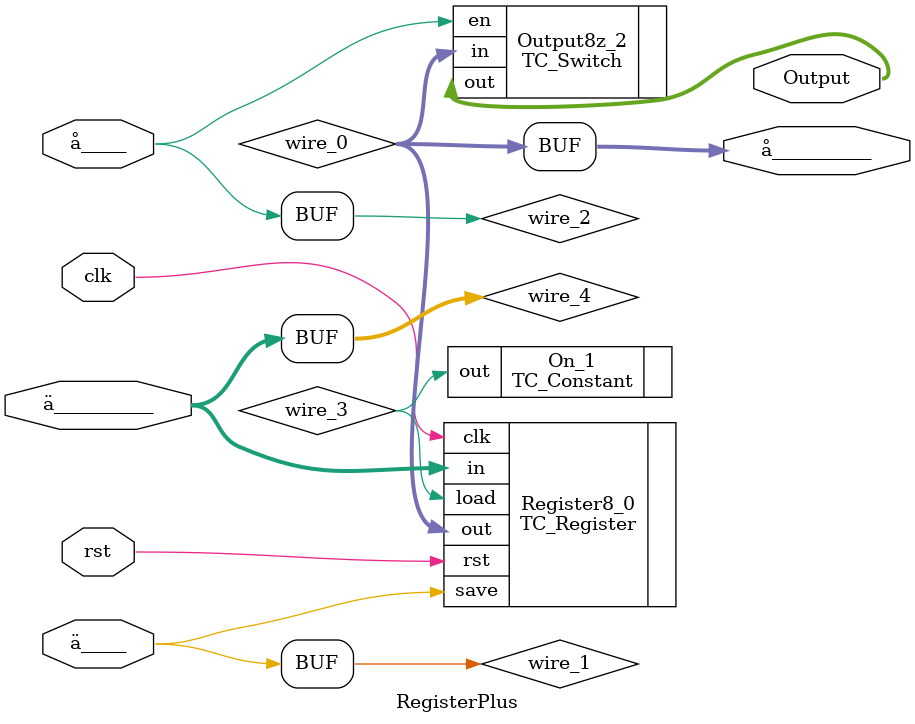
<source format=v>

module RegisterPlus (clk, rst, \å_____ , \ä___________ , \ä_____ , \å___________ , Output);
  parameter UUID = 0;
  parameter NAME = "";
  input wire clk;
  input wire rst;

  input  wire [0:0] \å_____ ;
  input  wire [7:0] \ä___________ ;
  input  wire [0:0] \ä_____ ;
  output  wire [7:0] \å___________ ;
  output  wire [7:0] Output;

  TC_Register # (.UUID(64'd1 ^ UUID), .BIT_WIDTH(64'd8)) Register8_0 (.clk(clk), .rst(rst), .load(wire_3), .save(wire_1), .in(wire_4), .out(wire_0));
  TC_Constant # (.UUID(64'd2 ^ UUID), .BIT_WIDTH(64'd1), .value(1'd1)) On_1 (.out(wire_3));
  TC_Switch # (.UUID(64'd3587491547824661070 ^ UUID), .BIT_WIDTH(64'd8)) Output8z_2 (.en(wire_2), .in(wire_0), .out(Output));

  wire [7:0] wire_0;
  assign \å___________  = wire_0;
  wire [0:0] wire_1;
  assign wire_1 = \ä_____ ;
  wire [0:0] wire_2;
  assign wire_2 = \å_____ ;
  wire [0:0] wire_3;
  wire [7:0] wire_4;
  assign wire_4 = \ä___________ ;

endmodule

</source>
